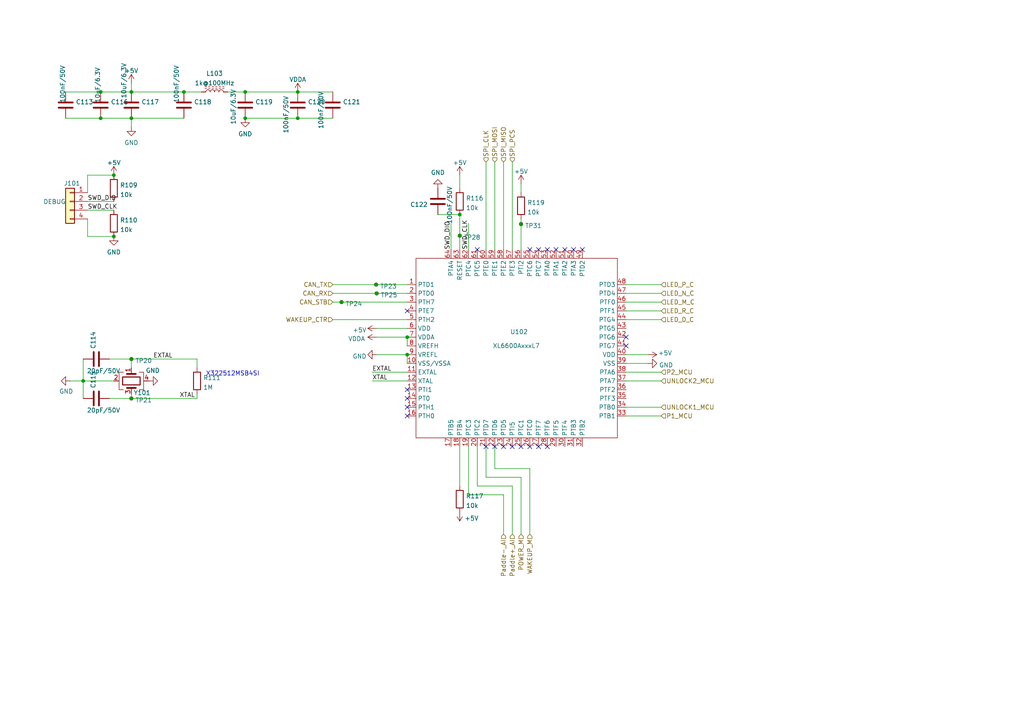
<source format=kicad_sch>
(kicad_sch (version 20211123) (generator eeschema)
  (paper "A4")
  (lib_symbols
    (symbol "C_1" (pin_numbers hide) (pin_names (offset 0.254))
      (property "Reference" "C" (at 0.635 2.54 0))
      (property "Value" "C_1" (at 0.635 -2.54 0))
      (symbol "C_1_0_1"
        (polyline (pts (xy -2.032 -0.762) (xy 2.032 -0.762)) (stroke (width 0.508)))
        (polyline (pts (xy -2.032 0.762) (xy 2.032 0.762)) (stroke (width 0.508)))
      )
      (symbol "C_1_1_1"
        (pin passive line (at 0 3.81 270) (length 2.794) (name "~") (number "1"))
        (pin passive line (at 0 -3.81 90) (length 2.794) (name "~") (number "2"))
      )
    )
    (symbol "C_2" (pin_numbers hide) (pin_names (offset 0.254))
      (property "Reference" "C" (at 0.635 2.54 0))
      (property "Value" "C_2" (at 0.635 -2.54 0))
      (symbol "C_2_0_1"
        (polyline (pts (xy -2.032 -0.762) (xy 2.032 -0.762)) (stroke (width 0.508)))
        (polyline (pts (xy -2.032 0.762) (xy 2.032 0.762)) (stroke (width 0.508)))
      )
      (symbol "C_2_1_1"
        (pin passive line (at 0 3.81 270) (length 2.794) (name "~") (number "1"))
        (pin passive line (at 0 -3.81 90) (length 2.794) (name "~") (number "2"))
      )
    )
    (symbol "C_3" (pin_numbers hide) (pin_names (offset 0.254))
      (property "Reference" "C" (at 0.635 2.54 0))
      (property "Value" "C_3" (at 0.635 -2.54 0))
      (symbol "C_3_0_1"
        (polyline (pts (xy -2.032 -0.762) (xy 2.032 -0.762)) (stroke (width 0.508)))
        (polyline (pts (xy -2.032 0.762) (xy 2.032 0.762)) (stroke (width 0.508)))
      )
      (symbol "C_3_1_1"
        (pin passive line (at 0 3.81 270) (length 2.794) (name "~") (number "1"))
        (pin passive line (at 0 -3.81 90) (length 2.794) (name "~") (number "2"))
      )
    )
    (symbol "C_4" (pin_numbers hide) (pin_names (offset 0.254))
      (property "Reference" "C" (at 0.635 2.54 0))
      (property "Value" "C_4" (at 0.635 -2.54 0))
      (symbol "C_4_0_1"
        (polyline (pts (xy -2.032 -0.762) (xy 2.032 -0.762)) (stroke (width 0.508)))
        (polyline (pts (xy -2.032 0.762) (xy 2.032 0.762)) (stroke (width 0.508)))
      )
      (symbol "C_4_1_1"
        (pin passive line (at 0 3.81 270) (length 2.794) (name "~") (number "1"))
        (pin passive line (at 0 -3.81 90) (length 2.794) (name "~") (number "2"))
      )
    )
    (symbol "C_5" (pin_numbers hide) (pin_names (offset 0.254))
      (property "Reference" "C" (at 0.635 2.54 0))
      (property "Value" "C_5" (at 0.635 -2.54 0))
      (symbol "C_5_0_1"
        (polyline (pts (xy -2.032 -0.762) (xy 2.032 -0.762)) (stroke (width 0.508)))
        (polyline (pts (xy -2.032 0.762) (xy 2.032 0.762)) (stroke (width 0.508)))
      )
      (symbol "C_5_1_1"
        (pin passive line (at 0 3.81 270) (length 2.794) (name "~") (number "1"))
        (pin passive line (at 0 -3.81 90) (length 2.794) (name "~") (number "2"))
      )
    )
    (symbol "C_6" (pin_numbers hide) (pin_names (offset 0.254))
      (property "Reference" "C" (at 0.635 2.54 0))
      (property "Value" "C_6" (at 0.635 -2.54 0))
      (symbol "C_6_0_1"
        (polyline (pts (xy -2.032 -0.762) (xy 2.032 -0.762)) (stroke (width 0.508)))
        (polyline (pts (xy -2.032 0.762) (xy 2.032 0.762)) (stroke (width 0.508)))
      )
      (symbol "C_6_1_1"
        (pin passive line (at 0 3.81 270) (length 2.794) (name "~") (number "1"))
        (pin passive line (at 0 -3.81 90) (length 2.794) (name "~") (number "2"))
      )
    )
    (symbol "C_7" (pin_numbers hide) (pin_names (offset 0.254))
      (property "Reference" "C" (at 0.635 2.54 0))
      (property "Value" "C_7" (at 0.635 -2.54 0))
      (symbol "C_7_0_1"
        (polyline (pts (xy -2.032 -0.762) (xy 2.032 -0.762)) (stroke (width 0.508)))
        (polyline (pts (xy -2.032 0.762) (xy 2.032 0.762)) (stroke (width 0.508)))
      )
      (symbol "C_7_1_1"
        (pin passive line (at 0 3.81 270) (length 2.794) (name "~") (number "1"))
        (pin passive line (at 0 -3.81 90) (length 2.794) (name "~") (number "2"))
      )
    )
    (symbol "C_8" (pin_numbers hide) (pin_names (offset 0.254))
      (property "Reference" "C" (at 0.635 2.54 0))
      (property "Value" "C_8" (at 0.635 -2.54 0))
      (symbol "C_8_0_1"
        (polyline (pts (xy -2.032 -0.762) (xy 2.032 -0.762)) (stroke (width 0.508)))
        (polyline (pts (xy -2.032 0.762) (xy 2.032 0.762)) (stroke (width 0.508)))
      )
      (symbol "C_8_1_1"
        (pin passive line (at 0 3.81 270) (length 2.794) (name "~") (number "1"))
        (pin passive line (at 0 -3.81 90) (length 2.794) (name "~") (number "2"))
      )
    )
    (symbol "C_9" (pin_numbers hide) (pin_names (offset 0.254))
      (property "Reference" "C" (at 0.635 2.54 0))
      (property "Value" "C_9" (at 0.635 -2.54 0))
      (symbol "C_9_0_1"
        (polyline (pts (xy -2.032 -0.762) (xy 2.032 -0.762)) (stroke (width 0.508)))
        (polyline (pts (xy -2.032 0.762) (xy 2.032 0.762)) (stroke (width 0.508)))
      )
      (symbol "C_9_1_1"
        (pin passive line (at 0 3.81 270) (length 2.794) (name "~") (number "1"))
        (pin passive line (at 0 -3.81 90) (length 2.794) (name "~") (number "2"))
      )
    )
    (symbol "Connector:TestPoint_Small" (pin_numbers hide) (pin_names (offset 0.762) hide)
      (property "Reference" "TP" (at 0 3.81 0))
      (property "Value" "TestPoint_Small" (at 0 2.032 0))
      (symbol "TestPoint_Small_0_1"
        (circle (center 0 0) (radius 0.508))
      )
      (symbol "TestPoint_Small_1_1"
        (pin passive line (at 0 0 90) (length 0) (name "1") (number "1"))
      )
    )
    (symbol "Connector_Generic:Conn_01x04" (pin_names (offset 1.016) hide)
      (property "Reference" "J" (at 0 5.08 0))
      (property "Value" "Conn_01x04" (at 0 -7.62 0))
      (symbol "Conn_01x04_1_1"
        (rectangle (start -1.27 -4.953) (end 0 -5.207) (stroke (width 0.1524)))
        (rectangle (start -1.27 -2.413) (end 0 -2.667) (stroke (width 0.1524)))
        (rectangle (start -1.27 0.127) (end 0 -0.127) (stroke (width 0.1524)))
        (rectangle (start -1.27 2.667) (end 0 2.413) (stroke (width 0.1524)))
        (rectangle (start -1.27 3.81) (end 1.27 -6.35) (stroke (width 0.254)) (fill (type background)))
        (pin passive line (at -5.08 2.54 0) (length 3.81) (name "Pin_1") (number "1"))
        (pin passive line (at -5.08 0 0) (length 3.81) (name "Pin_2") (number "2"))
        (pin passive line (at -5.08 -2.54 0) (length 3.81) (name "Pin_3") (number "3"))
        (pin passive line (at -5.08 -5.08 0) (length 3.81) (name "Pin_4") (number "4"))
      )
    )
    (symbol "Device:C" (pin_numbers hide) (pin_names (offset 0.254))
      (property "Reference" "C" (at 0.635 2.54 0))
      (property "Value" "C" (at 0.635 -2.54 0))
      (symbol "C_0_1"
        (polyline (pts (xy -2.032 -0.762) (xy 2.032 -0.762)) (stroke (width 0.508)))
        (polyline (pts (xy -2.032 0.762) (xy 2.032 0.762)) (stroke (width 0.508)))
      )
      (symbol "C_1_1"
        (pin passive line (at 0 3.81 270) (length 2.794) (name "~") (number "1"))
        (pin passive line (at 0 -3.81 90) (length 2.794) (name "~") (number "2"))
      )
    )
    (symbol "Device:Crystal_GND24" (pin_names (offset 1.016) hide)
      (property "Reference" "Y" (at 3.175 5.08 0))
      (property "Value" "Crystal_GND24" (at 3.175 3.175 0))
      (symbol "Crystal_GND24_0_1"
        (rectangle (start -1.143 2.54) (end 1.143 -2.54) (stroke (width 0.3048)))
        (polyline (pts (xy -2.54 0) (xy -2.032 0)))
        (polyline (pts (xy -2.032 -1.27) (xy -2.032 1.27)) (stroke (width 0.508)))
        (polyline (pts (xy 0 -3.81) (xy 0 -3.556)))
        (polyline (pts (xy 0 3.556) (xy 0 3.81)))
        (polyline (pts (xy 2.032 -1.27) (xy 2.032 1.27)) (stroke (width 0.508)))
        (polyline (pts (xy 2.032 0) (xy 2.54 0)))
        (polyline (pts (xy -2.54 -2.286) (xy -2.54 -3.556) (xy 2.54 -3.556) (xy 2.54 -2.286)))
        (polyline (pts (xy -2.54 2.286) (xy -2.54 3.556) (xy 2.54 3.556) (xy 2.54 2.286)))
      )
      (symbol "Crystal_GND24_1_1"
        (pin passive line (at -3.81 0 0) (length 1.27) (name "1") (number "1"))
        (pin passive line (at 0 5.08 270) (length 1.27) (name "2") (number "2"))
        (pin passive line (at 3.81 0 180) (length 1.27) (name "3") (number "3"))
        (pin passive line (at 0 -5.08 90) (length 1.27) (name "4") (number "4"))
      )
    )
    (symbol "Device:L_Ferrite" (pin_numbers hide) (pin_names (offset 1.016) hide)
      (property "Reference" "L" (at -1.27 0 90))
      (property "Value" "L_Ferrite" (at 2.794 0 90))
      (symbol "L_Ferrite_0_1"
        (arc (start 0 -2.54) (mid 0.635 -1.905) (end 0 -1.27))
        (arc (start 0 -1.27) (mid 0.635 -0.635) (end 0 0))
        (polyline (pts (xy 1.016 -2.794) (xy 1.016 -2.286)))
        (polyline (pts (xy 1.016 -1.778) (xy 1.016 -1.27)))
        (polyline (pts (xy 1.016 -0.762) (xy 1.016 -0.254)))
        (polyline (pts (xy 1.016 0.254) (xy 1.016 0.762)))
        (polyline (pts (xy 1.016 1.27) (xy 1.016 1.778)))
        (polyline (pts (xy 1.016 2.286) (xy 1.016 2.794)))
        (polyline (pts (xy 1.524 -2.286) (xy 1.524 -2.794)))
        (polyline (pts (xy 1.524 -1.27) (xy 1.524 -1.778)))
        (polyline (pts (xy 1.524 -0.254) (xy 1.524 -0.762)))
        (polyline (pts (xy 1.524 0.762) (xy 1.524 0.254)))
        (polyline (pts (xy 1.524 1.778) (xy 1.524 1.27)))
        (polyline (pts (xy 1.524 2.794) (xy 1.524 2.286)))
        (arc (start 0 0) (mid 0.635 0.635) (end 0 1.27))
        (arc (start 0 1.27) (mid 0.635 1.905) (end 0 2.54))
      )
      (symbol "L_Ferrite_1_1"
        (pin passive line (at 0 3.81 270) (length 1.27) (name "1") (number "1"))
        (pin passive line (at 0 -3.81 90) (length 1.27) (name "2") (number "2"))
      )
    )
    (symbol "Device:R" (pin_numbers hide) (pin_names (offset 0))
      (property "Reference" "R" (at 2.032 0 90))
      (property "Value" "R" (at 0 0 90))
      (symbol "R_0_1"
        (rectangle (start -1.016 -2.54) (end 1.016 2.54) (stroke (width 0.254)))
      )
      (symbol "R_1_1"
        (pin passive line (at 0 3.81 270) (length 1.27) (name "~") (number "1"))
        (pin passive line (at 0 -3.81 90) (length 1.27) (name "~") (number "2"))
      )
    )
    (symbol "GODPP:XL6600AxxxL7"
      (property "Reference" "U" (at 0 3.81 0))
      (property "Value" "XL6600AxxxL7" (at 0 -1.27 0))
      (symbol "XL6600AxxxL7_0_0"
        (pin power_out line (at -31.75 -5.08 0) (length 2.54) (name "VSS/VSSA") (number "10"))
        (pin bidirectional line (at -31.75 -7.62 0) (length 2.54) (name "EXTAL") (number "11"))
        (pin bidirectional line (at -31.75 -10.16 0) (length 2.54) (name "XTAL") (number "12"))
        (pin bidirectional line (at -31.75 -12.7 0) (length 2.54) (name "PTI1") (number "13"))
        (pin bidirectional line (at -31.75 -15.24 0) (length 2.54) (name "PT0") (number "14"))
        (pin bidirectional line (at -31.75 -17.78 0) (length 2.54) (name "PTH1") (number "15"))
        (pin bidirectional line (at -31.75 -20.32 0) (length 2.54) (name "PTH0") (number "16"))
        (pin bidirectional line (at -19.05 -29.21 90) (length 2.54) (name "PTB5") (number "17"))
        (pin bidirectional line (at -16.51 -29.21 90) (length 2.54) (name "PTB4") (number "18"))
        (pin bidirectional line (at -13.97 -29.21 90) (length 2.54) (name "PTC3") (number "19"))
        (pin bidirectional line (at -11.43 -29.21 90) (length 2.54) (name "PTC2") (number "20"))
        (pin bidirectional line (at -8.89 -29.21 90) (length 2.54) (name "PTD7") (number "21"))
        (pin bidirectional line (at -6.35 -29.21 90) (length 2.54) (name "PTD6") (number "22"))
        (pin bidirectional line (at -3.81 -29.21 90) (length 2.54) (name "PTD5") (number "23"))
        (pin bidirectional line (at -1.27 -29.21 90) (length 2.54) (name "PTI5") (number "24"))
        (pin bidirectional line (at 1.27 -29.21 90) (length 2.54) (name "PTC1") (number "25"))
        (pin bidirectional line (at 3.81 -29.21 90) (length 2.54) (name "PTC0") (number "26"))
        (pin bidirectional line (at 6.35 -29.21 90) (length 2.54) (name "PTF7") (number "27"))
        (pin bidirectional line (at 8.89 -29.21 90) (length 2.54) (name "PTF6") (number "28"))
        (pin bidirectional line (at 11.43 -29.21 90) (length 2.54) (name "PTF5") (number "29"))
        (pin bidirectional line (at 13.97 -29.21 90) (length 2.54) (name "PTF4") (number "30"))
        (pin bidirectional line (at 16.51 -29.21 90) (length 2.54) (name "PTB3") (number "31"))
        (pin bidirectional line (at 19.05 -29.21 90) (length 2.54) (name "PTB2") (number "32"))
        (pin bidirectional line (at 31.75 -17.78 180) (length 2.54) (name "PTB0") (number "34"))
        (pin bidirectional line (at 31.75 -15.24 180) (length 2.54) (name "PTF3") (number "35"))
        (pin bidirectional line (at 31.75 -12.7 180) (length 2.54) (name "PTF2") (number "36"))
        (pin bidirectional line (at 31.75 -10.16 180) (length 2.54) (name "PTA7") (number "37"))
        (pin bidirectional line (at 31.75 -7.62 180) (length 2.54) (name "PTA6") (number "38"))
        (pin power_out line (at 31.75 -5.08 180) (length 2.54) (name "VSS") (number "39"))
        (pin power_in line (at 31.75 -2.54 180) (length 2.54) (name "VDD") (number "40"))
        (pin bidirectional line (at 31.75 0 180) (length 2.54) (name "PTG7") (number "41"))
        (pin bidirectional line (at 31.75 2.54 180) (length 2.54) (name "PTG6") (number "42"))
        (pin bidirectional line (at 31.75 5.08 180) (length 2.54) (name "PTG5") (number "43"))
        (pin bidirectional line (at 31.75 7.62 180) (length 2.54) (name "PTG4") (number "44"))
        (pin bidirectional line (at 31.75 10.16 180) (length 2.54) (name "PTF1") (number "45"))
        (pin bidirectional line (at 31.75 12.7 180) (length 2.54) (name "PTF0") (number "46"))
        (pin bidirectional line (at 31.75 15.24 180) (length 2.54) (name "PTD4") (number "47"))
        (pin bidirectional line (at 31.75 17.78 180) (length 2.54) (name "PTD3") (number "48"))
        (pin bidirectional line (at -31.75 7.62 0) (length 2.54) (name "PTH2") (number "5"))
        (pin bidirectional line (at 16.51 27.94 270) (length 2.54) (name "PTA3") (number "50"))
        (pin bidirectional line (at 13.97 27.94 270) (length 2.54) (name "PTA2") (number "51"))
        (pin bidirectional line (at 11.43 27.94 270) (length 2.54) (name "PTA1") (number "52"))
        (pin bidirectional line (at 8.89 27.94 270) (length 2.54) (name "PTA0") (number "53"))
        (pin bidirectional line (at 6.35 27.94 270) (length 2.54) (name "PTC7") (number "54"))
        (pin bidirectional line (at 3.81 27.94 270) (length 2.54) (name "PTC6") (number "55"))
        (pin bidirectional line (at 1.27 27.94 270) (length 2.54) (name "PTI2") (number "56"))
        (pin bidirectional line (at -1.27 27.94 270) (length 2.54) (name "PTE3") (number "57"))
        (pin bidirectional line (at -3.81 27.94 270) (length 2.54) (name "PTE2") (number "58"))
        (pin bidirectional line (at -6.35 27.94 270) (length 2.54) (name "PTE1") (number "59"))
        (pin power_in line (at -31.75 5.08 0) (length 2.54) (name "VDD") (number "6"))
        (pin bidirectional line (at -8.89 27.94 270) (length 2.54) (name "PTE0") (number "60"))
        (pin bidirectional line (at -11.43 27.94 270) (length 2.54) (name "PTC5") (number "61"))
        (pin bidirectional line (at -13.97 27.94 270) (length 2.54) (name "PTC4") (number "62"))
        (pin bidirectional line (at -16.51 27.94 270) (length 2.54) (name "RESET") (number "63"))
        (pin bidirectional line (at -19.05 27.94 270) (length 2.54) (name "PTA4") (number "64"))
        (pin power_in line (at -31.75 2.54 0) (length 2.54) (name "VDDA") (number "7"))
        (pin power_in line (at -31.75 0 0) (length 2.54) (name "VREFH") (number "8"))
        (pin power_out line (at -31.75 -2.54 0) (length 2.54) (name "VREFL") (number "9"))
      )
      (symbol "XL6600AxxxL7_0_1"
        (rectangle (start -29.21 25.4) (end 29.21 -26.67) (stroke (width 0.1524)))
      )
      (symbol "XL6600AxxxL7_1_1"
        (pin bidirectional line (at -31.75 17.78 0) (length 2.54) (name "PTD1") (number "1"))
        (pin bidirectional line (at -31.75 15.24 0) (length 2.54) (name "PTD0") (number "2"))
        (pin bidirectional line (at -31.75 12.7 0) (length 2.54) (name "PTH7") (number "3"))
        (pin bidirectional line (at 31.75 -20.32 180) (length 2.54) (name "PTB1") (number "33"))
        (pin bidirectional line (at -31.75 10.16 0) (length 2.54) (name "PTE7") (number "4"))
        (pin bidirectional line (at 19.05 27.94 270) (length 2.54) (name "PTD2") (number "49"))
      )
    )
    (symbol "power:+5V" (power) (pin_names (offset 0))
      (property "Value" "+5V" (at 0 3.556 0))
      (symbol "+5V_0_1"
        (polyline (pts (xy -0.762 1.27) (xy 0 2.54)))
        (polyline (pts (xy 0 0) (xy 0 2.54)))
        (polyline (pts (xy 0 2.54) (xy 0.762 1.27)))
      )
      (symbol "+5V_1_1"
        (pin power_in line (at 0 0 90) (length 0) hide (name "+5V") (number "1"))
      )
    )
    (symbol "power:GND" (power) (pin_names (offset 0))
      (property "Value" "GND" (at 0 -3.81 0))
      (symbol "GND_0_1"
        (polyline (pts (xy 0 0) (xy 0 -1.27) (xy 1.27 -1.27) (xy 0 -2.54) (xy -1.27 -1.27) (xy 0 -1.27)))
      )
      (symbol "GND_1_1"
        (pin power_in line (at 0 0 270) (length 0) hide (name "GND") (number "1"))
      )
    )
    (symbol "power:VDDA" (power) (pin_names (offset 0))
      (property "Value" "VDDA" (at 0 3.81 0))
      (symbol "VDDA_0_1"
        (polyline (pts (xy -0.762 1.27) (xy 0 2.54)))
        (polyline (pts (xy 0 0) (xy 0 2.54)))
        (polyline (pts (xy 0 2.54) (xy 0.762 1.27)))
      )
      (symbol "VDDA_1_1"
        (pin power_in line (at 0 0 90) (length 0) hide (name "VDDA") (number "1"))
      )
    )
  )
  (junction (at 99.06 87.63))
  (junction (at 24.13 110.49))
  (junction (at 71.12 26.67))
  (junction (at 38.1 26.67))
  (junction (at 133.35 62.23))
  (junction (at 109.0888 82.55))
  (junction (at 29.21 26.67))
  (junction (at 53.34 26.67))
  (junction (at 33.02 68.58))
  (junction (at 71.12 34.29))
  (junction (at 118.11 97.79))
  (junction (at 86.36 34.29))
  (junction (at 29.21 34.29))
  (junction (at 151.13 64.9905))
  (junction (at 38.1 115.57))
  (junction (at 86.36 26.67))
  (junction (at 133.35 68.3594))
  (junction (at 38.1 104.14))
  (junction (at 38.1 34.29))
  (junction (at 118.11 102.87))
  (junction (at 33.02 50.8))
  (junction (at 109.2542 85.09))
  (no_connect (at 138.43 72.39))
  (no_connect (at 158.75 72.39))
  (no_connect (at 118.11 90.17))
  (no_connect (at 118.11 113.03))
  (no_connect (at 118.11 115.57))
  (no_connect (at 118.11 118.11))
  (no_connect (at 118.11 120.65))
  (no_connect (at 140.97 129.54))
  (no_connect (at 143.51 129.54))
  (no_connect (at 146.05 129.54))
  (no_connect (at 148.59 129.54))
  (no_connect (at 151.13 129.54))
  (no_connect (at 153.67 72.39))
  (no_connect (at 153.67 129.54))
  (no_connect (at 156.21 72.39))
  (no_connect (at 156.21 129.54))
  (no_connect (at 158.75 129.54))
  (no_connect (at 163.83 72.39))
  (no_connect (at 166.37 72.39))
  (no_connect (at 168.91 72.39))
  (no_connect (at 181.61 97.79))
  (no_connect (at 181.61 100.33))
  (no_connect (at 161.29 72.39))
  (wire (pts (xy 181.61 102.87) (xy 187.96 102.87)))
  (wire (pts (xy 96.52 92.71) (xy 118.11 92.71)))
  (wire (pts (xy 146.05 46.99) (xy 146.05 72.39)))
  (wire (pts (xy 181.61 110.49) (xy 191.77 110.49)))
  (wire (pts (xy 138.43 129.54) (xy 138.43 140.97)))
  (wire (pts (xy 57.15 115.57) (xy 57.15 114.3)))
  (wire (pts (xy 181.61 118.11) (xy 191.77 118.11)))
  (wire (pts (xy 19.05 34.29) (xy 29.21 34.29)))
  (wire (pts (xy 29.21 34.29) (xy 38.1 34.29)))
  (wire (pts (xy 38.1 115.57) (xy 57.15 115.57)))
  (wire (pts (xy 107.95 110.49) (xy 118.11 110.49)))
  (wire (pts (xy 181.61 87.63) (xy 191.77 87.63)))
  (wire (pts (xy 109.22 97.79) (xy 118.11 97.79)))
  (wire (pts (xy 118.11 97.79) (xy 118.11 100.33)))
  (wire (pts (xy 118.11 97.79) (xy 119.38 97.79)))
  (wire (pts (xy 20.32 110.49) (xy 24.13 110.49)))
  (wire (pts (xy 135.89 64.77) (xy 135.89 72.39)))
  (wire (pts (xy 118.11 102.87) (xy 118.11 105.41)))
  (wire (pts (xy 71.12 34.29) (xy 86.36 34.29)))
  (wire (pts (xy 38.1 34.29) (xy 38.1 36.83)))
  (wire (pts (xy 107.95 107.95) (xy 118.11 107.95)))
  (wire (pts (xy 31.75 104.14) (xy 38.1 104.14)))
  (wire (pts (xy 38.1 104.14) (xy 38.1 106.68)))
  (wire (pts (xy 151.13 63.5) (xy 151.13 64.9905)))
  (wire (pts (xy 151.13 64.9905) (xy 151.13 72.39)))
  (wire (pts (xy 181.61 105.41) (xy 187.96 105.41)))
  (wire (pts (xy 66.04 26.67) (xy 71.12 26.67)))
  (wire (pts (xy 38.1 24.13) (xy 38.1 26.67)))
  (wire (pts (xy 96.52 82.55) (xy 109.0888 82.55)))
  (wire (pts (xy 109.0888 82.55) (xy 118.11 82.55)))
  (wire (pts (xy 96.52 87.63) (xy 99.06 87.63)))
  (wire (pts (xy 140.97 46.99) (xy 140.97 72.39)))
  (wire (pts (xy 109.22 95.25) (xy 118.11 95.25)))
  (wire (pts (xy 99.06 87.63) (xy 118.11 87.63)))
  (wire (pts (xy 71.12 26.67) (xy 86.36 26.67)))
  (wire (pts (xy 181.61 85.09) (xy 191.77 85.09)))
  (wire (pts (xy 133.35 50.8) (xy 133.35 54.61)))
  (wire (pts (xy 181.61 90.17) (xy 191.77 90.17)))
  (wire (pts (xy 143.51 46.99) (xy 143.51 72.39)))
  (wire (pts (xy 148.59 46.99) (xy 148.59 72.39)))
  (wire (pts (xy 138.43 140.97) (xy 148.59 140.97)))
  (wire (pts (xy 181.61 107.95) (xy 191.77 107.95)))
  (wire (pts (xy 19.05 26.67) (xy 29.21 26.67)))
  (wire (pts (xy 29.21 26.67) (xy 38.1 26.67)))
  (wire (pts (xy 181.61 120.65) (xy 191.77 120.65)))
  (wire (pts (xy 133.35 62.23) (xy 133.35 68.3594)))
  (wire (pts (xy 86.36 26.67) (xy 96.52 26.67)))
  (wire (pts (xy 133.35 68.3594) (xy 133.35 72.39)))
  (wire (pts (xy 140.97 129.54) (xy 140.97 138.43)))
  (wire (pts (xy 140.97 138.43) (xy 151.13 138.43)))
  (wire (pts (xy 151.13 138.43) (xy 151.13 154.94)))
  (wire (pts (xy 38.1 26.67) (xy 53.34 26.67)))
  (wire (pts (xy 31.75 115.57) (xy 38.1 115.57)))
  (wire (pts (xy 38.1 115.57) (xy 38.1 114.3)))
  (wire (pts (xy 146.05 154.94) (xy 146.05 143.51)))
  (wire (pts (xy 24.13 110.49) (xy 33.02 110.49)))
  (wire (pts (xy 96.52 85.09) (xy 109.2542 85.09)))
  (wire (pts (xy 109.2542 85.09) (xy 118.11 85.09)))
  (wire (pts (xy 133.35 129.54) (xy 133.35 140.97)))
  (wire (pts (xy 143.51 129.54) (xy 143.51 135.89)))
  (wire (pts (xy 143.51 135.89) (xy 153.67 135.89)))
  (wire (pts (xy 153.67 135.89) (xy 153.67 154.94)))
  (wire (pts (xy 25.4 60.96) (xy 33.02 60.96)))
  (wire (pts (xy 109.22 102.87) (xy 118.11 102.87)))
  (wire (pts (xy 151.13 53.34) (xy 151.13 55.88)))
  (wire (pts (xy 86.36 34.29) (xy 96.52 34.29)))
  (wire (pts (xy 25.4 50.8) (xy 33.02 50.8)))
  (wire (pts (xy 25.4 55.88) (xy 25.4 50.8)))
  (wire (pts (xy 53.34 26.67) (xy 58.42 26.67)))
  (wire (pts (xy 146.05 143.51) (xy 135.89 143.51)))
  (wire (pts (xy 148.59 140.97) (xy 148.59 154.94)))
  (wire (pts (xy 181.61 82.55) (xy 191.77 82.55)))
  (wire (pts (xy 127 62.23) (xy 133.35 62.23)))
  (wire (pts (xy 25.4 58.42) (xy 33.02 58.42)))
  (wire (pts (xy 24.13 104.14) (xy 24.13 110.49)))
  (wire (pts (xy 24.13 110.49) (xy 24.13 115.57)))
  (wire (pts (xy 38.1 34.29) (xy 53.34 34.29)))
  (wire (pts (xy 181.61 92.71) (xy 191.77 92.71)))
  (wire (pts (xy 135.89 129.54) (xy 135.89 143.51)))
  (wire (pts (xy 130.81 64.77) (xy 130.81 72.39)))
  (wire (pts (xy 25.4 63.5) (xy 25.4 68.58)))
  (wire (pts (xy 25.4 68.58) (xy 33.02 68.58)))
  (wire (pts (xy 38.1 104.14) (xy 57.15 104.14)))
  (wire (pts (xy 57.15 104.14) (xy 57.15 106.68)))
  (text "X322512MSB4SI" (at 59.69 109.22 0) (effects (font (size 1.27 1.27)) (justify left bottom)))
  (label "EXTAL" (at 44.45 104.14 0))
  (label "SWD_CLK" (at 25.4 60.96 0))
  (label "EXTAL" (at 107.95 107.95 0))
  (label "SWD_DIO" (at 25.4 58.42 0))
  (label "XTAL" (at 52.07 115.57 0))
  (label "SWD_CLK" (at 135.89 72.39 90))
  (label "SWD_DIO" (at 130.81 72.39 90))
  (label "XTAL" (at 107.95 110.49 0))
  (hierarchical_label "CAN_TX" (shape input) (at 96.52 82.55 180))
  (hierarchical_label "LED_N_C" (shape input) (at 191.77 85.09 0))
  (hierarchical_label "SPI_CLK" (shape input) (at 140.97 46.99 90))
  (hierarchical_label "P2_MCU" (shape input) (at 191.77 107.95 0))
  (hierarchical_label "WAKEUP_CTR" (shape input) (at 96.52 92.71 180))
  (hierarchical_label "CAN_RX" (shape input) (at 96.52 85.09 180))
  (hierarchical_label "CAN_STB" (shape input) (at 96.52 87.63 180))
  (hierarchical_label "UNLOCK1_MCU" (shape input) (at 191.77 118.11 0))
  (hierarchical_label "WAKEUP_M" (shape input) (at 153.67 154.94 270))
  (hierarchical_label "Paddle+_AI" (shape input) (at 148.59 154.94 270))
  (hierarchical_label "LED_P_C" (shape input) (at 191.77 82.55 0))
  (hierarchical_label "P1_MCU" (shape input) (at 191.77 120.65 0))
  (hierarchical_label "LED_D_C" (shape input) (at 191.77 92.71 0))
  (hierarchical_label "LED_R_C" (shape input) (at 191.77 90.17 0))
  (hierarchical_label "LED_M_C" (shape input) (at 191.77 87.63 0))
  (hierarchical_label "SPI_MOSI" (shape input) (at 143.51 46.99 90))
  (hierarchical_label "SPI_MISO" (shape input) (at 146.05 46.99 90))
  (hierarchical_label "Paddle-_AI" (shape input) (at 146.05 154.94 270))
  (hierarchical_label "POWER_M" (shape input) (at 151.13 154.94 270))
  (hierarchical_label "UNLOCK2_MCU" (shape input) (at 191.77 110.49 0))
  (hierarchical_label "SPI_PCS" (shape input) (at 148.59 46.99 90))
  (symbol (lib_name "C_8") (lib_id "Device:C") (at 127 58.42 180) (unit 1)
    (property "Reference" "C122" (at 124.079 59.3285 0) (effects (justify left)))
    (property "Value" "100nF/50V" (at 130.429 54.0134 90) (effects (justify left)))
    (property "Footprint" "Capacitor_SMD:C_0603_1608Metric" (effects hide))
    (property "Manufacturer Product Number" " AC0603KRX7R9BB104" (effects hide))
    (property "Manufacturer" "YAGEO" (effects hide))
    (property "Description" "CAP CER 100nF 50V X7R 0603" (effects hide))
    (property "Descriptions" "CAP CER 100nF 50V X7R 0603" (effects hide))
  )
  (symbol (lib_id "power:VDDA") (at 86.36 26.67 0) (unit 1)
    (property "Reference" "#PWR0121" (effects hide))
    (property "Value" "VDDA" (at 86.36 23.0655 0))
  )
  (symbol (lib_name "C_5") (lib_id "Device:C") (at 71.12 30.48 0) (unit 1)
    (property "Reference" "C119" (at 74.041 29.5715 0) (effects (justify left)))
    (property "Value" "10uF/6.3V" (at 67.691 36.1566 90) (effects (justify left)))
    (property "Footprint" "Capacitor_SMD:C_0805_2012Metric" (effects hide))
    (property "Manufacturer Product Number" "CC0805KKX7R5BB106" (effects hide))
    (property "Manufacturer" "YAGEO" (effects hide))
    (property "Description" "CAP CER 10UF 6.3V X7R 0805" (effects hide))
    (property "Descriptions" "CAP CER 10UF 6.3V X7R 0805" (effects hide))
  )
  (symbol (lib_id "power:GND") (at 187.96 105.41 90) (unit 1)
    (property "Reference" "#PWR0130" (effects hide))
    (property "Value" "GND" (at 191.135 105.889 90) (effects (justify right)))
  )
  (symbol (lib_id "power:+5V") (at 187.96 102.87 270) (unit 1)
    (property "Reference" "#PWR0129" (effects hide))
    (property "Value" "+5V" (at 194.9449 102.391 90) (effects (justify right)))
  )
  (symbol (lib_id "power:GND") (at 43.18 110.49 90) (unit 1)
    (property "Reference" "#PWR0156" (effects hide))
    (property "Value" "GND" (at 46.3549 107.471 90) (effects (justify left)))
  )
  (symbol (lib_id "power:GND") (at 109.22 102.87 270) (unit 1)
    (property "Reference" "#PWR0124" (effects hide))
    (property "Value" "GND" (at 102.2351 103.349 90) (effects (justify left)))
  )
  (symbol (lib_id "power:GND") (at 127 54.61 180) (unit 1)
    (property "Reference" "#PWR0125" (effects hide))
    (property "Value" "GND" (at 127 50.0476 0))
  )
  (symbol (lib_id "power:GND") (at 38.1 36.83 0) (unit 1)
    (property "Reference" "#PWR0119" (effects hide))
    (property "Value" "GND" (at 38.1 41.3924 0))
  )
  (symbol (lib_id "power:GND") (at 33.02 68.58 0) (unit 1)
    (property "Reference" "#PWR0117" (effects hide))
    (property "Value" "GND" (at 33.02 73.1424 0))
  )
  (symbol (lib_id "power:+5V") (at 133.35 50.8 0) (unit 1)
    (property "Reference" "#PWR0126" (effects hide))
    (property "Value" "+5V" (at 133.35 47.1955 0))
  )
  (symbol (lib_id "Connector:TestPoint_Small") (at 151.13 64.9905 180) (unit 1)
    (property "Reference" "TP31" (at 152.273 65.4695 0) (effects (justify right)))
    (property "Value" "TestPoint_Small" (effects hide))
    (property "Footprint" "TestPoint:TestPoint_Pad_D1.0mm" (effects hide))
  )
  (symbol (lib_id "power:GND") (at 71.12 34.29 0) (unit 1)
    (property "Reference" "#PWR0120" (effects hide))
    (property "Value" "GND" (at 71.12 38.8524 0))
  )
  (symbol (lib_id "Device:R") (at 133.35 58.42 0) (unit 1)
    (property "Reference" "R116" (at 135.128 57.5115 0) (effects (justify left)))
    (property "Value" "10k" (at 135.128 60.2866 0) (effects (justify left)))
    (property "Footprint" "Resistor_SMD:R_0603_1608Metric" (effects hide))
    (property "Manufacturer" "RESI(开步睿思)" (effects hide))
    (property "Description" "RES 10k 1% 1/10W 0603" (effects hide))
    (property "Manufacturer Product Number" "AECR0603F10K0K9" (effects hide))
    (property "Descriptions" "RES 10k 1% 1/10W 0603" (effects hide))
  )
  (symbol (lib_id "Connector:TestPoint_Small") (at 109.0888 82.55 180) (unit 1)
    (property "Reference" "TP23" (at 110.2318 83.029 0) (effects (justify right)))
    (property "Value" "TestPoint_Small" (effects hide))
    (property "Footprint" "TestPoint:TestPoint_Pad_D1.0mm" (effects hide))
  )
  (symbol (lib_id "Device:R") (at 133.35 144.78 0) (unit 1)
    (property "Reference" "R117" (at 135.128 143.8715 0) (effects (justify left)))
    (property "Value" "10k" (at 135.128 146.6466 0) (effects (justify left)))
    (property "Footprint" "Resistor_SMD:R_0603_1608Metric" (effects hide))
    (property "Manufacturer" "RESI(开步睿思)" (effects hide))
    (property "Description" "RES 10k 1% 1/10W 0603" (effects hide))
    (property "Manufacturer Product Number" "AECR0603F10K0K9" (effects hide))
    (property "Descriptions" "RES 10k 1% 1/10W 0603" (effects hide))
  )
  (symbol (lib_name "C_6") (lib_id "Device:C") (at 86.36 30.48 0) (unit 1)
    (property "Reference" "C120" (at 89.281 29.5715 0) (effects (justify left)))
    (property "Value" "100nF/50V" (at 82.931 38.6966 90) (effects (justify left)))
    (property "Footprint" "Capacitor_SMD:C_0603_1608Metric" (effects hide))
    (property "Manufacturer Product Number" " AC0603KRX7R9BB104" (effects hide))
    (property "Manufacturer" "YAGEO" (effects hide))
    (property "Description" "CAP CER 100nF 50V X7R 0603" (effects hide))
    (property "Descriptions" "CAP CER 100nF 50V X7R 0603" (effects hide))
  )
  (symbol (lib_name "C_3") (lib_id "Device:C") (at 53.34 30.48 0) (unit 1)
    (property "Reference" "C118" (at 56.261 29.5715 0) (effects (justify left)))
    (property "Value" "100nF/50V" (at 51.181 29.8066 90) (effects (justify left)))
    (property "Footprint" "Capacitor_SMD:C_0603_1608Metric" (effects hide))
    (property "Manufacturer Product Number" " AC0603KRX7R9BB104" (effects hide))
    (property "Manufacturer" "YAGEO" (effects hide))
    (property "Description" "CAP CER 100nF 50V X7R 0603" (effects hide))
    (property "Descriptions" "CAP CER 100nF 50V X7R 0603" (effects hide))
  )
  (symbol (lib_id "power:GND") (at 20.32 110.49 270) (unit 1)
    (property "Reference" "#PWR0115" (effects hide))
    (property "Value" "GND" (at 17.1451 113.509 90) (effects (justify left)))
  )
  (symbol (lib_id "Connector:TestPoint_Small") (at 38.1 115.57 180) (unit 1)
    (property "Reference" "TP21" (at 39.243 116.049 0) (effects (justify right)))
    (property "Value" "TestPoint_Small" (effects hide))
    (property "Footprint" "TestPoint:TestPoint_Pad_D1.0mm" (effects hide))
  )
  (symbol (lib_id "Connector_Generic:Conn_01x04") (at 20.32 58.42 0) (mirror y) (unit 1)
    (property "Reference" "J101" (at 20.8915 53.1835 0))
    (property "Value" "DEBUG" (at 15.8115 58.4986 0))
    (property "Footprint" "Connector_PinHeader_2.54mm:PinHeader_1x04_P2.54mm_Vertical" (effects hide))
  )
  (symbol (lib_name "C_9") (lib_id "Device:C") (at 27.94 104.14 90) (unit 1)
    (property "Reference" "C114" (at 27.0315 101.219 0) (effects (justify left)))
    (property "Value" "20pF/50V" (at 34.8866 107.569 90) (effects (justify left)))
    (property "Footprint" "Capacitor_SMD:C_0603_1608Metric" (effects hide))
    (property "Manufacturer Product Number" " AC0603JRNPO9BN200" (effects hide))
    (property "Manufacturer" "YAGEO" (effects hide))
    (property "Description" "CAP CER 20PF 50V N0P 0603" (effects hide))
    (property "Descriptions" "CAP CER 20PF 50V N0P 0603" (effects hide))
  )
  (symbol (lib_id "Device:R") (at 151.13 59.69 0) (unit 1)
    (property "Reference" "R119" (at 152.908 58.7815 0) (effects (justify left)))
    (property "Value" "10k" (at 152.908 61.5566 0) (effects (justify left)))
    (property "Footprint" "Resistor_SMD:R_0603_1608Metric" (effects hide))
    (property "Manufacturer" "RESI(开步睿思)" (effects hide))
    (property "Description" "RES 10k 1% 1/10W 0603" (effects hide))
    (property "Manufacturer Product Number" "AECR0603F10K0K9" (effects hide))
    (property "Descriptions" "RES 10k 1% 1/10W 0603" (effects hide))
  )
  (symbol (lib_id "Connector:TestPoint_Small") (at 109.2542 85.09 180) (unit 1)
    (property "Reference" "TP25" (at 110.3972 85.569 0) (effects (justify right)))
    (property "Value" "TestPoint_Small" (effects hide))
    (property "Footprint" "TestPoint:TestPoint_Pad_D1.0mm" (effects hide))
  )
  (symbol (lib_id "power:+5V") (at 38.1 24.13 0) (unit 1)
    (property "Reference" "#PWR0118" (effects hide))
    (property "Value" "+5V" (at 38.1 20.5255 0))
  )
  (symbol (lib_id "power:+5V") (at 133.35 148.59 180) (unit 1)
    (property "Reference" "#PWR0127" (effects hide))
    (property "Value" "+5V" (at 134.747 150.3389 0) (effects (justify right)))
  )
  (symbol (lib_name "C_4") (lib_id "Device:C") (at 38.1 30.48 0) (unit 1)
    (property "Reference" "C117" (at 41.021 29.5715 0) (effects (justify left)))
    (property "Value" "10uF/6.3V" (at 35.941 28.5366 90) (effects (justify left)))
    (property "Footprint" "Capacitor_SMD:C_0805_2012Metric" (effects hide))
    (property "Manufacturer Product Number" "CC0805KKX7R5BB106" (effects hide))
    (property "Manufacturer" "YAGEO" (effects hide))
    (property "Description" "CAP CER 10UF 6.3V X7R 0805" (effects hide))
    (property "Descriptions" "CAP CER 10UF 6.3V X7R 0805" (effects hide))
  )
  (symbol (lib_name "C_1") (lib_id "Device:C") (at 19.05 30.48 0) (unit 1)
    (property "Reference" "C113" (at 21.971 29.5715 0) (effects (justify left)))
    (property "Value" "100nF/50V" (at 18.161 29.8066 90) (effects (justify left)))
    (property "Footprint" "Capacitor_SMD:C_0603_1608Metric" (effects hide))
    (property "Manufacturer Product Number" " AC0603KRX7R9BB104" (effects hide))
    (property "Manufacturer" "YAGEO" (effects hide))
    (property "Description" "CAP CER 100nF 50V X7R 0603" (effects hide))
    (property "Descriptions" "CAP CER 100nF 50V X7R 0603" (effects hide))
  )
  (symbol (lib_id "Device:L_Ferrite") (at 62.23 26.67 90) (unit 1)
    (property "Reference" "L103" (at 62.23 21.3064 90))
    (property "Value" "1k@100MHz" (at 62.23 24.0815 90))
    (property "Footprint" "Resistor_SMD:R_0603_1608Metric" (effects hide))
    (property "Description" "FERRITEBEAD SMD AUTOMOTIVE POWER" (effects hide))
    (property "Manufacturer" "Murata Electronics" (effects hide))
    (property "Manufacturer Product Number" "BLM18RK102SN1D" (effects hide))
    (property "Descriptions" "FERRITEBEAD SMD AUTOMOTIVE POWER" (effects hide))
  )
  (symbol (lib_id "Device:Crystal_GND24") (at 38.1 110.49 90) (mirror x) (unit 1)
    (property "Reference" "Y101" (at 38.7351 113.9385 90) (effects (justify right)))
    (property "Value" "X322512MSB4SI" (effects hide))
    (property "Footprint" "Crystal:Crystal_SMD_3225-4Pin_3.2x2.5mm" (effects hide))
    (property "Description" "Crystal 8MHz SMD 3225" (effects hide))
    (property "Manufacturer" "YXC扬兴科技" (effects hide))
    (property "Manufacturer Product Number" "X322512MSB4SI" (effects hide))
    (property "Descriptions" "Crystal 8MHz SMD 3225" (effects hide))
  )
  (symbol (lib_id "power:+5V") (at 33.02 50.8 0) (unit 1)
    (property "Reference" "#PWR0116" (effects hide))
    (property "Value" "+5V" (at 33.02 47.1955 0))
  )
  (symbol (lib_id "Device:R") (at 33.02 54.61 0) (unit 1)
    (property "Reference" "R109" (at 34.798 53.7015 0) (effects (justify left)))
    (property "Value" "10k" (at 34.798 56.4766 0) (effects (justify left)))
    (property "Footprint" "Resistor_SMD:R_0603_1608Metric" (effects hide))
    (property "Manufacturer" "RESI(开步睿思)" (effects hide))
    (property "Description" "RES 10k 1% 1/10W 0603" (effects hide))
    (property "Manufacturer Product Number" "AECR0603F10K0K9" (effects hide))
    (property "Descriptions" "RES 10k 1% 1/10W 0603" (effects hide))
  )
  (symbol (lib_name "C_2") (lib_id "Device:C") (at 29.21 30.48 0) (unit 1)
    (property "Reference" "C116" (at 32.131 29.5715 0) (effects (justify left)))
    (property "Value" "10uF/6.3V" (at 28.321 29.8066 90) (effects (justify left)))
    (property "Footprint" "Capacitor_SMD:C_0805_2012Metric" (effects hide))
    (property "Manufacturer Product Number" "CC0805KKX7R5BB106" (effects hide))
    (property "Manufacturer" "YAGEO" (effects hide))
    (property "Description" "CAP CER 10UF 6.3V X7R 0805" (effects hide))
    (property "Descriptions" "CAP CER 10UF 6.3V X7R 0805" (effects hide))
  )
  (symbol (lib_id "Connector:TestPoint_Small") (at 38.1 104.14 180) (unit 1)
    (property "Reference" "TP20" (at 39.243 104.619 0) (effects (justify right)))
    (property "Value" "TestPoint_Small" (effects hide))
    (property "Footprint" "TestPoint:TestPoint_Pad_D1.0mm" (effects hide))
  )
  (symbol (lib_id "GODPP:XL6600AxxxL7") (at 149.86 100.33 0) (unit 1)
    (property "Reference" "U102" (at 147.9551 96.2465 0) (effects (justify left)))
    (property "Value" "XL6600AxxxL7" (at 142.8751 100.2916 0) (effects (justify left)))
    (property "Footprint" "Package_QFP:LQFP-64_10x10mm_P0.5mm" (effects hide))
    (property "Description" "IC Cotex-M3 256k Flash 24k RAM 8k EEPEOM LQFP64" (effects hide))
    (property "Manufacturer" "Chipways" (effects hide))
    (property "Manufacturer Product Number" "XL6600A522L7" (effects hide))
    (property "Descriptions" "IC Cotex-M3 256k Flash 24k RAM 8k EEPEOM LQFP64" (effects hide))
  )
  (symbol (lib_id "Device:R") (at 33.02 64.77 0) (unit 1)
    (property "Reference" "R110" (at 34.798 63.8615 0) (effects (justify left)))
    (property "Value" "10k" (at 34.798 66.6366 0) (effects (justify left)))
    (property "Footprint" "Resistor_SMD:R_0603_1608Metric" (effects hide))
    (property "Manufacturer" "RESI(开步睿思)" (effects hide))
    (property "Description" "RES 10k 1% 1/10W 0603" (effects hide))
    (property "Manufacturer Product Number" "AECR0603F10K0K9" (effects hide))
    (property "Descriptions" "RES 10k 1% 1/10W 0603" (effects hide))
  )
  (symbol (lib_name "C_7") (lib_id "Device:C") (at 96.52 30.48 0) (unit 1)
    (property "Reference" "C121" (at 99.441 29.5715 0) (effects (justify left)))
    (property "Value" "100nF/50V" (at 93.091 37.4266 90) (effects (justify left)))
    (property "Footprint" "Capacitor_SMD:C_0603_1608Metric" (effects hide))
    (property "Manufacturer Product Number" " AC0603KRX7R9BB104" (effects hide))
    (property "Manufacturer" "YAGEO" (effects hide))
    (property "Description" "CAP CER 100nF 50V X7R 0603" (effects hide))
    (property "Descriptions" "CAP CER 100nF 50V X7R 0603" (effects hide))
  )
  (symbol (lib_id "power:+5V") (at 151.13 53.34 0) (unit 1)
    (property "Reference" "#PWR0128" (effects hide))
    (property "Value" "+5V" (at 151.13 49.7355 0))
  )
  (symbol (lib_id "Device:C") (at 27.94 115.57 90) (unit 1)
    (property "Reference" "C115" (at 27.0315 112.649 0) (effects (justify left)))
    (property "Value" "20pF/50V" (at 34.8866 118.999 90) (effects (justify left)))
    (property "Footprint" "Capacitor_SMD:C_0603_1608Metric" (effects hide))
    (property "Manufacturer Product Number" " AC0603JRNPO9BN200" (effects hide))
    (property "Manufacturer" "YAGEO" (effects hide))
    (property "Description" "CAP CER 20PF 50V N0P 0603" (effects hide))
    (property "Descriptions" "CAP CER 20PF 50V N0P 0603" (effects hide))
  )
  (symbol (lib_id "Connector:TestPoint_Small") (at 99.06 87.63 180) (unit 1)
    (property "Reference" "TP24" (at 100.203 88.109 0) (effects (justify right)))
    (property "Value" "TestPoint_Small" (effects hide))
    (property "Footprint" "TestPoint:TestPoint_Pad_D1.0mm" (effects hide))
  )
  (symbol (lib_id "power:+5V") (at 109.22 95.25 90) (unit 1)
    (property "Reference" "#PWR0122" (effects hide))
    (property "Value" "+5V" (at 102.2351 95.729 90) (effects (justify right)))
  )
  (symbol (lib_id "Connector:TestPoint_Small") (at 133.35 68.3594 180) (unit 1)
    (property "Reference" "TP28" (at 134.493 68.8384 0) (effects (justify right)))
    (property "Value" "TestPoint_Small" (effects hide))
    (property "Footprint" "TestPoint:TestPoint_Pad_D1.0mm" (effects hide))
  )
  (symbol (lib_id "Device:R") (at 57.15 110.49 0) (unit 1)
    (property "Reference" "R111" (at 58.928 109.5815 0) (effects (justify left)))
    (property "Value" "1M" (at 58.928 112.3566 0) (effects (justify left)))
    (property "Footprint" "Resistor_SMD:R_0603_1608Metric" (effects hide))
    (property "Manufacturer" "RESI(开步睿思)" (effects hide))
    (property "Description" "RES 1M 1% 1/10W 0603" (effects hide))
    (property "Manufacturer Product Number" "AECR0603F1M00K9" (effects hide))
    (property "Descriptions" "RES 1M 1% 1/10W 0603" (effects hide))
  )
  (symbol (lib_id "power:VDDA") (at 109.22 97.79 90) (unit 1)
    (property "Reference" "#PWR0123" (effects hide))
    (property "Value" "VDDA" (at 100.9651 98.269 90) (effects (justify right)))
  )
)
</source>
